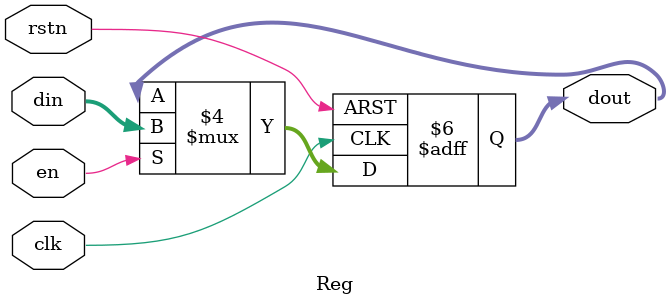
<source format=v>
`timescale 1ns / 1ps

/*
    A common register

 * Author:      wintermelon
 * Last edit:   2022.4.11
*/

module Reg#(
    parameter DATA_WIDTH = 32           // data width
)
(
    input [DATA_WIDTH-1 : 0] din,
    input clk, rstn, en,
    output reg [DATA_WIDTH-1 : 0] dout
);
    initial begin
        dout <= 0;
    end
    
    always @(posedge clk or negedge rstn) begin 
        if (~rstn) begin
            dout <= 0;
        end
        else begin
            if (en) 
                dout <= din;
        end
    end
endmodule

</source>
